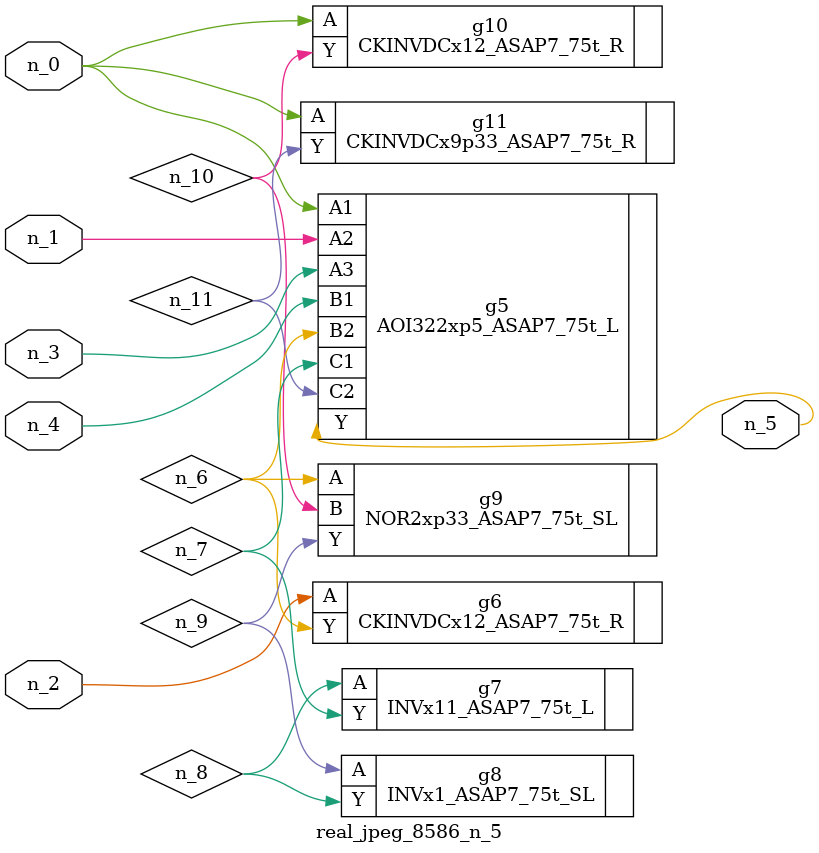
<source format=v>
module real_jpeg_8586_n_5 (n_4, n_0, n_1, n_2, n_3, n_5);

input n_4;
input n_0;
input n_1;
input n_2;
input n_3;

output n_5;

wire n_8;
wire n_11;
wire n_6;
wire n_7;
wire n_10;
wire n_9;

AOI322xp5_ASAP7_75t_L g5 ( 
.A1(n_0),
.A2(n_1),
.A3(n_3),
.B1(n_4),
.B2(n_6),
.C1(n_7),
.C2(n_11),
.Y(n_5)
);

CKINVDCx12_ASAP7_75t_R g10 ( 
.A(n_0),
.Y(n_10)
);

CKINVDCx9p33_ASAP7_75t_R g11 ( 
.A(n_0),
.Y(n_11)
);

CKINVDCx12_ASAP7_75t_R g6 ( 
.A(n_2),
.Y(n_6)
);

NOR2xp33_ASAP7_75t_SL g9 ( 
.A(n_6),
.B(n_10),
.Y(n_9)
);

INVx11_ASAP7_75t_L g7 ( 
.A(n_8),
.Y(n_7)
);

INVx1_ASAP7_75t_SL g8 ( 
.A(n_9),
.Y(n_8)
);


endmodule
</source>
